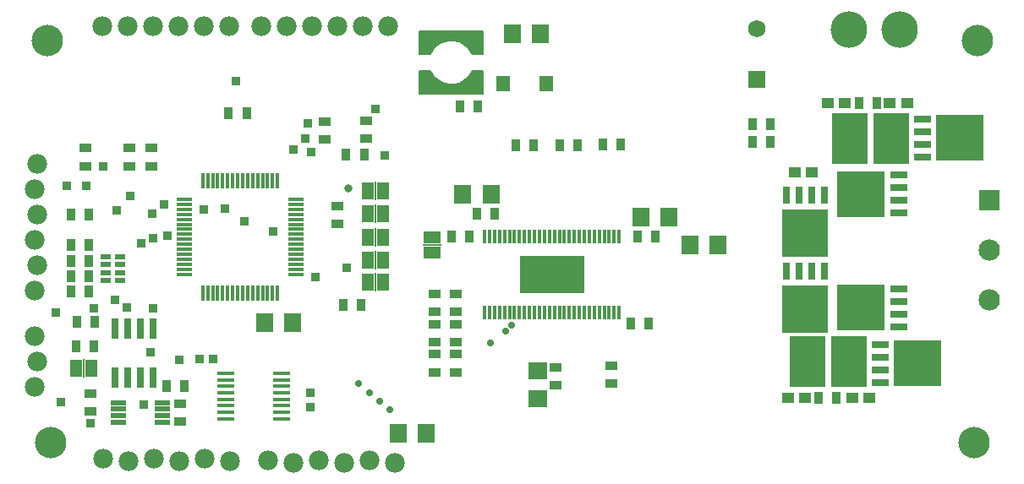
<source format=gts>
G75*
%MOIN*%
%OFA0B0*%
%FSLAX24Y24*%
%IPPOS*%
%LPD*%
%AMOC8*
5,1,8,0,0,1.08239X$1,22.5*
%
%ADD10R,0.0512X0.0355*%
%ADD11C,0.0780*%
%ADD12R,0.0620X0.0150*%
%ADD13R,0.0150X0.0620*%
%ADD14R,0.0355X0.0512*%
%ADD15R,0.0540X0.0619*%
%ADD16R,0.0670X0.0749*%
%ADD17R,0.0749X0.0670*%
%ADD18R,0.0500X0.0670*%
%ADD19R,0.0060X0.0720*%
%ADD20R,0.0434X0.0237*%
%ADD21R,0.0260X0.0820*%
%ADD22R,0.0138X0.0138*%
%ADD23C,0.0050*%
%ADD24C,0.1240*%
%ADD25C,0.1440*%
%ADD26C,0.0690*%
%ADD27R,0.0690X0.0690*%
%ADD28R,0.1420X0.2040*%
%ADD29R,0.0690X0.0276*%
%ADD30R,0.1851X0.1812*%
%ADD31R,0.0437X0.0437*%
%ADD32R,0.0276X0.0690*%
%ADD33R,0.1812X0.1851*%
%ADD34R,0.0840X0.0840*%
%ADD35C,0.0840*%
%ADD36R,0.0600X0.0210*%
%ADD37R,0.0700X0.0180*%
%ADD38R,0.0670X0.0500*%
%ADD39R,0.0720X0.0060*%
%ADD40R,0.0473X0.0434*%
%ADD41C,0.0276*%
%ADD42R,0.0160X0.0540*%
%ADD43R,0.2540X0.1460*%
%ADD44R,0.0317X0.0317*%
%ADD45C,0.0317*%
D10*
X003300Y002945D03*
X003300Y003654D03*
X006843Y003260D03*
X006843Y002552D03*
X016874Y004496D03*
X017697Y004496D03*
X017697Y005205D03*
X016874Y005205D03*
X016874Y005681D03*
X017701Y005681D03*
X017701Y006390D03*
X017701Y006878D03*
X016870Y006878D03*
X016874Y006390D03*
X016870Y007587D03*
X017701Y007587D03*
X013040Y010335D03*
X013040Y011044D03*
X012532Y013689D03*
X012532Y014398D03*
X014178Y014410D03*
X014178Y013701D03*
X005701Y013339D03*
X004827Y013339D03*
X004827Y012630D03*
X005701Y012630D03*
X003103Y012630D03*
X003103Y013339D03*
X021638Y004693D03*
X021638Y003985D03*
X023823Y004036D03*
X023823Y004744D03*
D11*
X015307Y000927D03*
X014307Y001027D03*
X013307Y000927D03*
X012307Y001027D03*
X011307Y000927D03*
X010307Y001027D03*
X008811Y000977D03*
X007811Y001077D03*
X006811Y000977D03*
X005811Y001077D03*
X004811Y000977D03*
X003811Y001077D03*
X001084Y003930D03*
X001184Y004930D03*
X001084Y005930D03*
X001084Y007705D03*
X001184Y008705D03*
X001084Y009705D03*
X001184Y010705D03*
X001084Y011705D03*
X001184Y012705D03*
X003752Y018142D03*
X004752Y018142D03*
X005752Y018142D03*
X006752Y018142D03*
X007752Y018142D03*
X008752Y018142D03*
X010048Y018142D03*
X011048Y018142D03*
X012048Y018142D03*
X013048Y018142D03*
X014048Y018142D03*
X015048Y018142D03*
D12*
X011407Y011315D03*
X011407Y011115D03*
X011407Y010915D03*
X011407Y010725D03*
X011407Y010525D03*
X011407Y010325D03*
X011407Y010135D03*
X011407Y009935D03*
X011407Y009735D03*
X011407Y009535D03*
X011407Y009345D03*
X011407Y009145D03*
X011407Y008945D03*
X011407Y008755D03*
X011407Y008555D03*
X011407Y008355D03*
X006987Y008355D03*
X006987Y008555D03*
X006987Y008755D03*
X006987Y008945D03*
X006987Y009145D03*
X006987Y009345D03*
X006987Y009535D03*
X006987Y009735D03*
X006987Y009935D03*
X006987Y010135D03*
X006987Y010325D03*
X006987Y010525D03*
X006987Y010725D03*
X006987Y010915D03*
X006987Y011115D03*
X006987Y011315D03*
D13*
X007717Y012045D03*
X007917Y012045D03*
X008117Y012045D03*
X008307Y012045D03*
X008507Y012045D03*
X008707Y012045D03*
X008897Y012045D03*
X009097Y012045D03*
X009297Y012045D03*
X009497Y012045D03*
X009687Y012045D03*
X009887Y012045D03*
X010087Y012045D03*
X010277Y012045D03*
X010477Y012045D03*
X010677Y012045D03*
X010677Y007625D03*
X010477Y007625D03*
X010277Y007625D03*
X010087Y007625D03*
X009887Y007625D03*
X009687Y007625D03*
X009497Y007625D03*
X009297Y007625D03*
X009097Y007625D03*
X008897Y007625D03*
X008707Y007625D03*
X008507Y007625D03*
X008307Y007625D03*
X008117Y007625D03*
X007917Y007625D03*
X007717Y007625D03*
D14*
X003473Y006465D03*
X002764Y006465D03*
X002729Y005516D03*
X003437Y005516D03*
X006284Y003961D03*
X006993Y003961D03*
X013260Y007134D03*
X013969Y007134D03*
X017540Y009835D03*
X018248Y009835D03*
X018520Y010733D03*
X019229Y010733D03*
X014083Y013075D03*
X013374Y013075D03*
X009457Y014717D03*
X008748Y014717D03*
X003248Y010717D03*
X002540Y010717D03*
X002532Y009520D03*
X003241Y009520D03*
X003241Y008878D03*
X002532Y008878D03*
X002532Y008288D03*
X003241Y008288D03*
X003241Y007697D03*
X002532Y007697D03*
X017851Y014985D03*
X018559Y014985D03*
X020052Y013457D03*
X020760Y013457D03*
X021788Y013457D03*
X022496Y013457D03*
X023504Y013469D03*
X024213Y013469D03*
X029390Y013567D03*
X030099Y013567D03*
X030095Y014276D03*
X029386Y014276D03*
X033583Y015111D03*
X034292Y015111D03*
X025559Y009843D03*
X024851Y009843D03*
X024583Y006430D03*
X025292Y006430D03*
X032004Y003496D03*
X032713Y003496D03*
D15*
X021260Y015878D03*
X019567Y015878D03*
D16*
X019926Y017855D03*
X021028Y017855D03*
X019083Y011520D03*
X017981Y011520D03*
X025008Y010615D03*
X026111Y010615D03*
X026930Y009508D03*
X028032Y009508D03*
X016540Y002091D03*
X015437Y002091D03*
X011276Y006453D03*
X010174Y006453D03*
D17*
X020918Y004544D03*
X020918Y003441D03*
D18*
X014820Y008032D03*
X014220Y008032D03*
X014220Y008922D03*
X014820Y008922D03*
X014820Y009827D03*
X014220Y009827D03*
X014220Y010733D03*
X014820Y010733D03*
X014820Y011646D03*
X014220Y011646D03*
X003328Y004646D03*
X002728Y004646D03*
D19*
X003028Y004646D03*
X014520Y008032D03*
X014520Y008922D03*
X014520Y009827D03*
X014520Y010733D03*
X014520Y011646D03*
D20*
X004461Y009048D03*
X004461Y008733D03*
X004461Y008418D03*
X004461Y008103D03*
X003910Y008103D03*
X003910Y008418D03*
X003910Y008733D03*
X003910Y009048D03*
D21*
X004254Y006214D03*
X004754Y006214D03*
X005254Y006214D03*
X005754Y006214D03*
X005754Y004274D03*
X005254Y004274D03*
X004754Y004274D03*
X004254Y004274D03*
D22*
X017524Y015658D03*
X017508Y017792D03*
D23*
X017422Y017587D02*
X017181Y017528D01*
X016977Y017402D01*
X016835Y017284D01*
X016685Y017052D01*
X016276Y017052D01*
X016276Y017945D01*
X018764Y017941D01*
X018764Y017910D01*
X018764Y017902D01*
X018764Y017056D01*
X018359Y017056D01*
X018189Y017296D01*
X018008Y017449D01*
X017827Y017544D01*
X017634Y017587D01*
X017422Y017587D01*
X017318Y017562D02*
X016276Y017562D01*
X016276Y017610D02*
X018764Y017610D01*
X018764Y017562D02*
X017747Y017562D01*
X017886Y017513D02*
X018764Y017513D01*
X018764Y017465D02*
X017979Y017465D01*
X018047Y017416D02*
X018764Y017416D01*
X018764Y017368D02*
X018105Y017368D01*
X018162Y017319D02*
X018764Y017319D01*
X018764Y017271D02*
X018207Y017271D01*
X018241Y017222D02*
X018764Y017222D01*
X018764Y017174D02*
X018275Y017174D01*
X018310Y017125D02*
X018764Y017125D01*
X018764Y017077D02*
X018344Y017077D01*
X018764Y017659D02*
X016276Y017659D01*
X016276Y017707D02*
X018764Y017707D01*
X018764Y017756D02*
X016276Y017756D01*
X016276Y017804D02*
X018764Y017804D01*
X018764Y017853D02*
X016276Y017853D01*
X016276Y017901D02*
X018764Y017901D01*
X017157Y017513D02*
X016276Y017513D01*
X016276Y017465D02*
X017079Y017465D01*
X017000Y017416D02*
X016276Y017416D01*
X016276Y017368D02*
X016936Y017368D01*
X016877Y017319D02*
X016276Y017319D01*
X016276Y017271D02*
X016826Y017271D01*
X016795Y017222D02*
X016276Y017222D01*
X016276Y017174D02*
X016764Y017174D01*
X016733Y017125D02*
X016276Y017125D01*
X016276Y017077D02*
X016702Y017077D01*
X016685Y016382D02*
X016276Y016382D01*
X016276Y015489D01*
X018764Y015493D01*
X018764Y016378D01*
X018359Y016378D01*
X018189Y016138D01*
X018008Y015985D01*
X017827Y015890D01*
X017634Y015847D01*
X017422Y015847D01*
X017181Y015906D01*
X016977Y016032D01*
X016835Y016150D01*
X016685Y016382D01*
X016707Y016349D02*
X016276Y016349D01*
X016276Y016301D02*
X016738Y016301D01*
X016769Y016252D02*
X016276Y016252D01*
X016276Y016204D02*
X016801Y016204D01*
X016832Y016155D02*
X016276Y016155D01*
X016276Y016107D02*
X016887Y016107D01*
X016945Y016058D02*
X016276Y016058D01*
X016276Y016010D02*
X017013Y016010D01*
X017092Y015961D02*
X016276Y015961D01*
X016276Y015913D02*
X017171Y015913D01*
X017352Y015864D02*
X016276Y015864D01*
X016276Y015816D02*
X018764Y015816D01*
X018764Y015864D02*
X017711Y015864D01*
X017870Y015913D02*
X018764Y015913D01*
X018764Y015961D02*
X017963Y015961D01*
X018038Y016010D02*
X018764Y016010D01*
X018764Y016058D02*
X018095Y016058D01*
X018152Y016107D02*
X018764Y016107D01*
X018764Y016155D02*
X018201Y016155D01*
X018235Y016204D02*
X018764Y016204D01*
X018764Y016252D02*
X018270Y016252D01*
X018304Y016301D02*
X018764Y016301D01*
X018764Y016349D02*
X018338Y016349D01*
X018764Y015767D02*
X016276Y015767D01*
X016276Y015719D02*
X018764Y015719D01*
X018764Y015670D02*
X016276Y015670D01*
X016276Y015622D02*
X018764Y015622D01*
X018764Y015573D02*
X016276Y015573D01*
X016276Y015525D02*
X018764Y015525D01*
D24*
X001725Y001725D03*
X001607Y017591D03*
X038260Y017591D03*
X038142Y001725D03*
D25*
X035205Y018024D03*
X033205Y018024D03*
D26*
X029580Y018037D03*
D27*
X029580Y016037D03*
D28*
X033231Y013721D03*
X034861Y013721D03*
X033208Y004902D03*
X031578Y004902D03*
D29*
X034418Y005085D03*
X034418Y005585D03*
X035170Y006290D03*
X035170Y006790D03*
X035170Y007290D03*
X035170Y007790D03*
X035170Y010778D03*
X035170Y011278D03*
X035170Y011778D03*
X035170Y012278D03*
X036083Y012983D03*
X036083Y013483D03*
X036083Y013983D03*
X036083Y014483D03*
X034418Y004585D03*
X034418Y004085D03*
D30*
X035914Y004835D03*
X033674Y007040D03*
X033674Y011528D03*
X037579Y013733D03*
D31*
X037626Y013733D03*
X037126Y013733D03*
X037126Y014233D03*
X037626Y014233D03*
X038126Y014233D03*
X038126Y013733D03*
X038126Y013233D03*
X037626Y013233D03*
X037126Y013233D03*
X034126Y012028D03*
X033626Y012028D03*
X033126Y012028D03*
X033126Y011528D03*
X033626Y011528D03*
X033626Y011028D03*
X033126Y011028D03*
X034126Y011028D03*
X034126Y011528D03*
X031981Y010449D03*
X031481Y010449D03*
X030981Y010449D03*
X030981Y009949D03*
X031481Y009949D03*
X031981Y009949D03*
X031981Y009449D03*
X031481Y009449D03*
X030981Y009449D03*
X033126Y007540D03*
X033626Y007540D03*
X034126Y007540D03*
X034126Y007040D03*
X033626Y007040D03*
X033126Y007040D03*
X033126Y006540D03*
X033626Y006540D03*
X034126Y006540D03*
X035461Y005335D03*
X035961Y005335D03*
X036461Y005335D03*
X036461Y004835D03*
X035961Y004835D03*
X035461Y004835D03*
X035461Y004335D03*
X035961Y004335D03*
X036461Y004335D03*
X031981Y006433D03*
X031481Y006433D03*
X030981Y006433D03*
X030981Y006933D03*
X031481Y006933D03*
X031981Y006933D03*
X031981Y007433D03*
X031481Y007433D03*
X030981Y007433D03*
D32*
X031231Y008477D03*
X031731Y008477D03*
X032231Y008477D03*
X030731Y008477D03*
X030731Y011493D03*
X031231Y011493D03*
X031731Y011493D03*
X032231Y011493D03*
D33*
X031481Y009996D03*
X031481Y006981D03*
D34*
X038721Y011292D03*
D35*
X038721Y009323D03*
X038721Y007355D03*
D36*
X006128Y003286D03*
X006128Y003036D03*
X006128Y002776D03*
X006128Y002526D03*
X004408Y002526D03*
X004408Y002776D03*
X004408Y003036D03*
X004408Y003286D03*
D37*
X008619Y003176D03*
X008619Y003426D03*
X008619Y003686D03*
X008619Y003936D03*
X008619Y004196D03*
X008619Y004456D03*
X010839Y004456D03*
X010839Y004196D03*
X010839Y003936D03*
X010839Y003686D03*
X010839Y003426D03*
X010839Y003176D03*
X010839Y002916D03*
X010839Y002656D03*
X008619Y002656D03*
X008619Y002916D03*
D38*
X016780Y009228D03*
X016780Y009828D03*
D39*
X016780Y009528D03*
D40*
X031075Y012394D03*
X031744Y012394D03*
X032374Y015111D03*
X033044Y015111D03*
X034815Y015111D03*
X035485Y015111D03*
X033989Y003496D03*
X033319Y003496D03*
X031469Y003496D03*
X030800Y003496D03*
D41*
X019902Y006363D03*
X019658Y006107D03*
X019079Y005650D03*
X014685Y003339D03*
X014292Y003681D03*
X013863Y004036D03*
X015111Y003004D03*
D42*
X018829Y006839D03*
X019029Y006839D03*
X019229Y006839D03*
X019419Y006839D03*
X019619Y006839D03*
X019819Y006839D03*
X020009Y006839D03*
X020209Y006839D03*
X020409Y006839D03*
X020599Y006839D03*
X020799Y006839D03*
X020999Y006839D03*
X021189Y006839D03*
X021389Y006839D03*
X021589Y006839D03*
X021789Y006839D03*
X021979Y006839D03*
X022179Y006839D03*
X022379Y006839D03*
X022569Y006839D03*
X022769Y006839D03*
X022969Y006839D03*
X023159Y006839D03*
X023359Y006839D03*
X023559Y006839D03*
X023749Y006839D03*
X023949Y006839D03*
X024149Y006839D03*
X024149Y009839D03*
X023949Y009839D03*
X023749Y009839D03*
X023559Y009839D03*
X023359Y009839D03*
X023159Y009839D03*
X022969Y009839D03*
X022769Y009839D03*
X022569Y009839D03*
X022379Y009839D03*
X022179Y009839D03*
X021979Y009839D03*
X021789Y009839D03*
X021589Y009839D03*
X021389Y009839D03*
X021189Y009839D03*
X020999Y009839D03*
X020799Y009839D03*
X020599Y009839D03*
X020409Y009839D03*
X020209Y009839D03*
X020009Y009839D03*
X019819Y009839D03*
X019619Y009839D03*
X019419Y009839D03*
X019229Y009839D03*
X019029Y009839D03*
X018829Y009839D03*
D43*
X021489Y008339D03*
D44*
X021489Y008437D03*
X021784Y008437D03*
X021784Y008142D03*
X022079Y008142D03*
X022079Y008437D03*
X022374Y008437D03*
X022374Y008142D03*
X022374Y007847D03*
X022079Y007847D03*
X021784Y007847D03*
X021489Y007847D03*
X021193Y007847D03*
X020898Y007847D03*
X020603Y007847D03*
X020603Y008142D03*
X020898Y008142D03*
X021193Y008142D03*
X021193Y008437D03*
X020898Y008437D03*
X020603Y008437D03*
X020603Y008733D03*
X020898Y008733D03*
X021193Y008733D03*
X021489Y008733D03*
X021784Y008733D03*
X022079Y008733D03*
X022374Y008733D03*
X021489Y008142D03*
X013402Y008615D03*
X012158Y008260D03*
X010493Y010063D03*
X009359Y010449D03*
X008595Y010957D03*
X007764Y010918D03*
X006201Y011130D03*
X005737Y010748D03*
X006343Y009898D03*
X005772Y009792D03*
X005307Y009575D03*
X004343Y010882D03*
X004867Y011461D03*
X003142Y011843D03*
X002355Y011843D03*
X003792Y012630D03*
X009028Y015996D03*
X011851Y014319D03*
X011752Y013717D03*
X012008Y013185D03*
X011307Y013272D03*
X014528Y014870D03*
X014914Y013040D03*
X004256Y007347D03*
X004748Y007040D03*
X005780Y007004D03*
X003441Y007008D03*
X001930Y006835D03*
X005662Y005268D03*
X006792Y004996D03*
X007611Y005016D03*
X008130Y005024D03*
X005402Y003217D03*
X003300Y002493D03*
X002119Y003300D03*
X011961Y003693D03*
X011969Y003115D03*
D45*
X013461Y011752D03*
M02*

</source>
